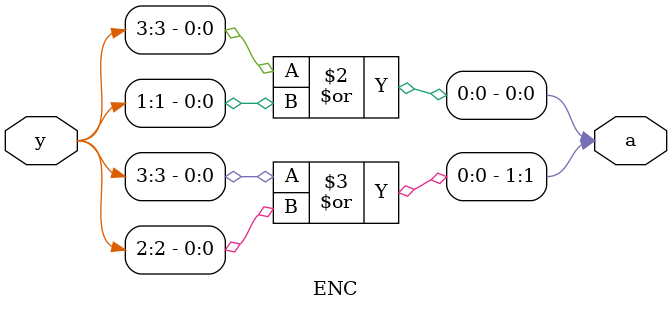
<source format=sv>
module ENC(y,a);
  input [3:0]y;
  output [1:0]a;
  
  //STRUCTURAL
  
  /*
  or(a[0],y[3],y[1]);
  or(a[1],y[3],y[2]);
  */
  
  //DATE FLOW
  
  /*
  assign a[0] = y[3]|y[1];
  assign a[1] = y[3]|y[2];
  */
  
  //BEHAVIORAL
  
  reg[1:0]a;
  always @ (y)
    begin
      a[0] = y[3]|y[1];
      a[1] = y[3]|y[2];
    end
endmodule
</source>
